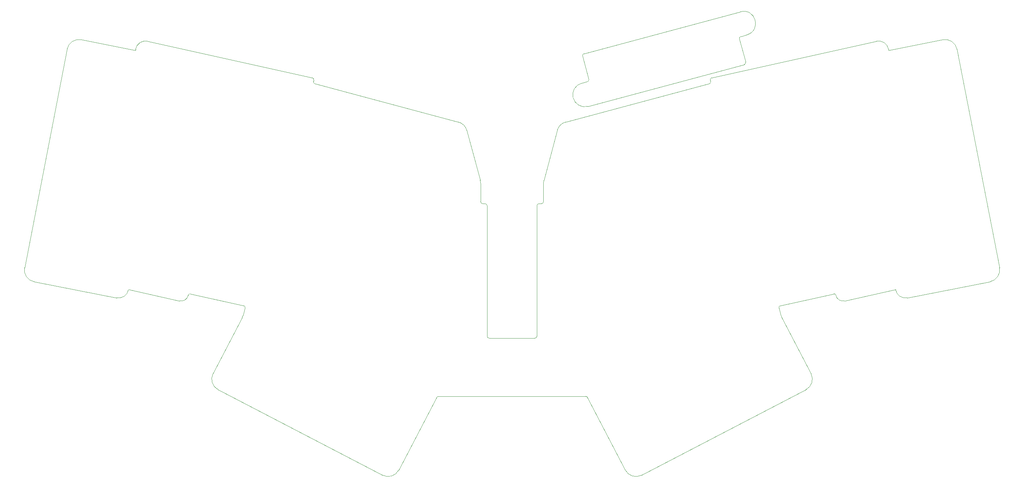
<source format=gbr>
G04 #@! TF.GenerationSoftware,KiCad,Pcbnew,8.0.2-1*
G04 #@! TF.CreationDate,2024-09-10T00:57:15+08:00*
G04 #@! TF.ProjectId,34_monosplit,33345f6d-6f6e-46f7-9370-6c69742e6b69,rev?*
G04 #@! TF.SameCoordinates,Original*
G04 #@! TF.FileFunction,Profile,NP*
%FSLAX46Y46*%
G04 Gerber Fmt 4.6, Leading zero omitted, Abs format (unit mm)*
G04 Created by KiCad (PCBNEW 8.0.2-1) date 2024-09-10 00:57:15*
%MOMM*%
%LPD*%
G01*
G04 APERTURE LIST*
G04 #@! TA.AperFunction,Profile*
%ADD10C,0.100000*%
G04 #@! TD*
G04 APERTURE END LIST*
D10*
X157360000Y-68001800D02*
X156726400Y-68001800D01*
X248875544Y-91557709D02*
G75*
G02*
X245944437Y-89580666I-477144J2453909D01*
G01*
X131136116Y-116495126D02*
G75*
G02*
X131579621Y-116226019I443484J-230874D01*
G01*
X241155535Y-27331540D02*
X199974037Y-36461258D01*
X76496836Y-114568810D02*
G75*
G02*
X75221046Y-110522529I1385164J2661010D01*
G01*
X230986257Y-90868125D02*
X231008121Y-90966748D01*
X69013743Y-90868125D02*
G75*
G02*
X69490841Y-90564169I390657J-86775D01*
G01*
X28081801Y-84022520D02*
X38713665Y-29326322D01*
X54055546Y-89580663D02*
G75*
G02*
X51124452Y-91557729I-2454046J476963D01*
G01*
X161300400Y-49669603D02*
X157962223Y-62127842D01*
X167650093Y-31043313D02*
G75*
G02*
X168003637Y-30430906I483007J129413D01*
G01*
X142140000Y-62904300D02*
X142140000Y-67501800D01*
X121660597Y-134697428D02*
X131136116Y-116495126D01*
X224778950Y-110522531D02*
G75*
G02*
X223503162Y-114568806I-2660950J-1385269D01*
G01*
X150000000Y-116226000D02*
X131579621Y-116226000D01*
X217529386Y-96596250D02*
G75*
G02*
X217292647Y-95987459I2660614J1385050D01*
G01*
X100608703Y-37910267D02*
G75*
G02*
X100321695Y-37437317I103497J386367D01*
G01*
X82707360Y-95987461D02*
X83229817Y-94037625D01*
X136578280Y-47548284D02*
X100608703Y-37910267D01*
X233155044Y-92334491D02*
X245929263Y-89502515D01*
X167400559Y-37839470D02*
X168849452Y-37451240D01*
X233155044Y-92334491D02*
G75*
G02*
X231008163Y-90966739I-389644J1757191D01*
G01*
X224778950Y-110522531D02*
X217529386Y-96596250D01*
X156226400Y-101161800D02*
G75*
G02*
X155726400Y-101661800I-500000J0D01*
G01*
X245929263Y-89502515D02*
X245944454Y-89580663D01*
X38713665Y-29326322D02*
G75*
G02*
X42230974Y-26953865I2944945J-572518D01*
G01*
X142037777Y-62127842D02*
X138699600Y-49669603D01*
X100025963Y-36461258D02*
G75*
G02*
X100405894Y-37057629I-108363J-488242D01*
G01*
X244207969Y-29589870D02*
X244150701Y-29295255D01*
X199678288Y-37437321D02*
X199594110Y-37057628D01*
X168953472Y-43635026D02*
X208073476Y-33152851D01*
X156226400Y-101161800D02*
X156226400Y-68501800D01*
X182385682Y-135973214D02*
X223503164Y-114568810D01*
X54070737Y-89502515D02*
X66844956Y-92334491D01*
X208676551Y-25744326D02*
X207227667Y-26132552D01*
X144273600Y-101661800D02*
G75*
G02*
X143773600Y-101161800I0J500000D01*
G01*
X216770183Y-94037625D02*
X217292640Y-95987461D01*
X261286335Y-29326322D02*
X271918199Y-84022520D01*
X241155535Y-27331540D02*
G75*
G02*
X244150713Y-29295253I540965J-2440960D01*
G01*
X257769026Y-26953867D02*
X244207969Y-29589870D01*
X157860000Y-62904300D02*
G75*
G02*
X157962226Y-62127843I2999900J0D01*
G01*
X182385682Y-135973214D02*
G75*
G02*
X178339405Y-134697427I-1385282J2660914D01*
G01*
X216770183Y-94037625D02*
G75*
G02*
X217069986Y-93543621I386317J103525D01*
G01*
X169203007Y-36838867D02*
X167650093Y-31043313D01*
X157860000Y-67501800D02*
G75*
G02*
X157360000Y-68001800I-500000J0D01*
G01*
X68991879Y-90966748D02*
G75*
G02*
X66844937Y-92334576I-1757379J389548D01*
G01*
X121660597Y-134697428D02*
G75*
G02*
X117614336Y-135973179I-2660997J1385228D01*
G01*
X82707360Y-95987461D02*
G75*
G02*
X82470608Y-96596247I-2896660J776061D01*
G01*
X55849299Y-29295255D02*
X55792031Y-29589870D01*
X206874116Y-26744925D02*
X208427029Y-32540480D01*
X55849299Y-29295255D02*
G75*
G02*
X58844461Y-27331556I2454001J-476945D01*
G01*
X143273600Y-68001800D02*
X142640000Y-68001800D01*
X30454256Y-87539829D02*
G75*
G02*
X28081798Y-84022519I572344J2944829D01*
G01*
X144273600Y-101661800D02*
X150000000Y-101661800D01*
X169203007Y-36838867D02*
G75*
G02*
X168849467Y-37451298I-483007J-129433D01*
G01*
X157860000Y-67501800D02*
X157860000Y-62904300D01*
X230509162Y-90564182D02*
G75*
G02*
X230986254Y-90868126I86638J-390418D01*
G01*
X208427029Y-32540480D02*
G75*
G02*
X208073487Y-33152891I-482829J-129520D01*
G01*
X142640000Y-68001800D02*
G75*
G02*
X142140000Y-67501800I0J500000D01*
G01*
X257769026Y-26953867D02*
G75*
G02*
X261286314Y-29326326I572374J-2944933D01*
G01*
X136578280Y-47548284D02*
G75*
G02*
X138699611Y-49669600I-776480J-2897816D01*
G01*
X100405890Y-37057628D02*
X100321712Y-37437321D01*
X207123635Y-19948771D02*
G75*
G02*
X208676578Y-25744426I776465J-2897829D01*
G01*
X143773600Y-68501800D02*
X143773600Y-101161800D01*
X68991879Y-90966748D02*
X69013743Y-90868125D01*
X55792031Y-29589870D02*
X42230974Y-26953867D01*
X76496836Y-114568810D02*
X117614318Y-135973214D01*
X54055546Y-89580663D02*
X54070737Y-89502515D01*
X168420379Y-116226000D02*
G75*
G02*
X168863853Y-116495142I21J-499900D01*
G01*
X150000000Y-101661800D02*
X155726400Y-101661800D01*
X199594110Y-37057628D02*
G75*
G02*
X199974045Y-36461294I488090J108228D01*
G01*
X168953472Y-43635026D02*
G75*
G02*
X167400570Y-37839509I-776572J2897726D01*
G01*
X161300400Y-49669603D02*
G75*
G02*
X163421723Y-47548295I2897800J-776497D01*
G01*
X178339403Y-134697428D02*
X168863884Y-116495126D01*
X199391297Y-37910267D02*
X163421720Y-47548284D01*
X156226400Y-68501800D02*
G75*
G02*
X156726400Y-68001800I500000J0D01*
G01*
X271918199Y-84022520D02*
G75*
G02*
X269545743Y-87539826I-2944799J-572480D01*
G01*
X82930024Y-93543578D02*
G75*
G02*
X83229741Y-94037605I-86524J-390422D01*
G01*
X69490838Y-90564182D02*
X82930024Y-93543578D01*
X30454256Y-87539829D02*
X51124456Y-91557709D01*
X82470614Y-96596250D02*
X75221050Y-110522531D01*
X217069976Y-93543578D02*
X230509162Y-90564182D01*
X100025963Y-36461258D02*
X58844465Y-27331540D01*
X143273600Y-68001800D02*
G75*
G02*
X143773600Y-68501800I0J-500000D01*
G01*
X248875544Y-91557709D02*
X269545744Y-87539829D01*
X142037777Y-62127842D02*
G75*
G02*
X142140010Y-62904300I-2897477J-776458D01*
G01*
X207123635Y-19948771D02*
X168003646Y-30430940D01*
X150000000Y-116226000D02*
X168420379Y-116226000D01*
X206874116Y-26744925D02*
G75*
G02*
X207227659Y-26132520I482984J129425D01*
G01*
X199678288Y-37437321D02*
G75*
G02*
X199391292Y-37910250I-390488J-86579D01*
G01*
M02*

</source>
